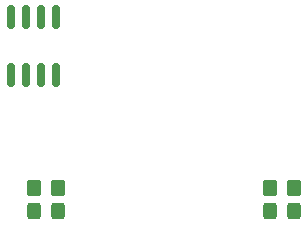
<source format=gbr>
%TF.GenerationSoftware,KiCad,Pcbnew,(6.0.4)*%
%TF.CreationDate,2022-04-09T22:55:50+02:00*%
%TF.ProjectId,cloud,636c6f75-642e-46b6-9963-61645f706362,rev?*%
%TF.SameCoordinates,Original*%
%TF.FileFunction,Paste,Bot*%
%TF.FilePolarity,Positive*%
%FSLAX46Y46*%
G04 Gerber Fmt 4.6, Leading zero omitted, Abs format (unit mm)*
G04 Created by KiCad (PCBNEW (6.0.4)) date 2022-04-09 22:55:50*
%MOMM*%
%LPD*%
G01*
G04 APERTURE LIST*
G04 Aperture macros list*
%AMRoundRect*
0 Rectangle with rounded corners*
0 $1 Rounding radius*
0 $2 $3 $4 $5 $6 $7 $8 $9 X,Y pos of 4 corners*
0 Add a 4 corners polygon primitive as box body*
4,1,4,$2,$3,$4,$5,$6,$7,$8,$9,$2,$3,0*
0 Add four circle primitives for the rounded corners*
1,1,$1+$1,$2,$3*
1,1,$1+$1,$4,$5*
1,1,$1+$1,$6,$7*
1,1,$1+$1,$8,$9*
0 Add four rect primitives between the rounded corners*
20,1,$1+$1,$2,$3,$4,$5,0*
20,1,$1+$1,$4,$5,$6,$7,0*
20,1,$1+$1,$6,$7,$8,$9,0*
20,1,$1+$1,$8,$9,$2,$3,0*%
G04 Aperture macros list end*
%ADD10RoundRect,0.250000X-0.350000X-0.450000X0.350000X-0.450000X0.350000X0.450000X-0.350000X0.450000X0*%
%ADD11RoundRect,0.250000X0.325000X0.450000X-0.325000X0.450000X-0.325000X-0.450000X0.325000X-0.450000X0*%
%ADD12RoundRect,0.250000X0.350000X0.450000X-0.350000X0.450000X-0.350000X-0.450000X0.350000X-0.450000X0*%
%ADD13RoundRect,0.250000X-0.325000X-0.450000X0.325000X-0.450000X0.325000X0.450000X-0.325000X0.450000X0*%
%ADD14RoundRect,0.150000X0.150000X-0.825000X0.150000X0.825000X-0.150000X0.825000X-0.150000X-0.825000X0*%
G04 APERTURE END LIST*
D10*
%TO.C,R2*%
X-11000000Y-12000000D03*
X-9000000Y-12000000D03*
%TD*%
D11*
%TO.C,D1*%
X11025000Y-14000000D03*
X8975000Y-14000000D03*
%TD*%
D12*
%TO.C,R1*%
X11000000Y-12000000D03*
X9000000Y-12000000D03*
%TD*%
D13*
%TO.C,D2*%
X-11025000Y-14000000D03*
X-8975000Y-14000000D03*
%TD*%
D14*
%TO.C,U1*%
X-9144000Y-2475000D03*
X-10414000Y-2475000D03*
X-11684000Y-2475000D03*
X-12954000Y-2475000D03*
X-12954000Y2475000D03*
X-11684000Y2475000D03*
X-10414000Y2475000D03*
X-9144000Y2475000D03*
%TD*%
M02*

</source>
